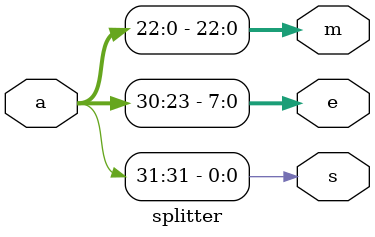
<source format=v>

module splitter(a,s,e,m);

input [31:0] a;
output s;
output [7:0] e;
output [22:0] m;

assign s = a[31];
assign e[7:0] = a[30:23];
assign m[22:0] = a[22:0];
endmodule


</source>
